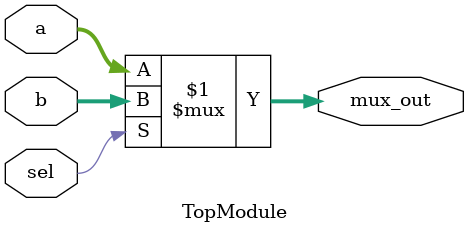
<source format=sv>
module TopModule (
    input  logic       sel,       // 1-bit select line
    input  logic [7:0] a,         // 8-bit input data 0
    input  logic [7:0] b,         // 8-bit input data 1
    output logic [7:0] mux_out    // 8-bit multiplexer output
);

    // Combinational logic to select between `a` and `b` based on `sel`
    assign mux_out = sel ? b : a;

endmodule
</source>
